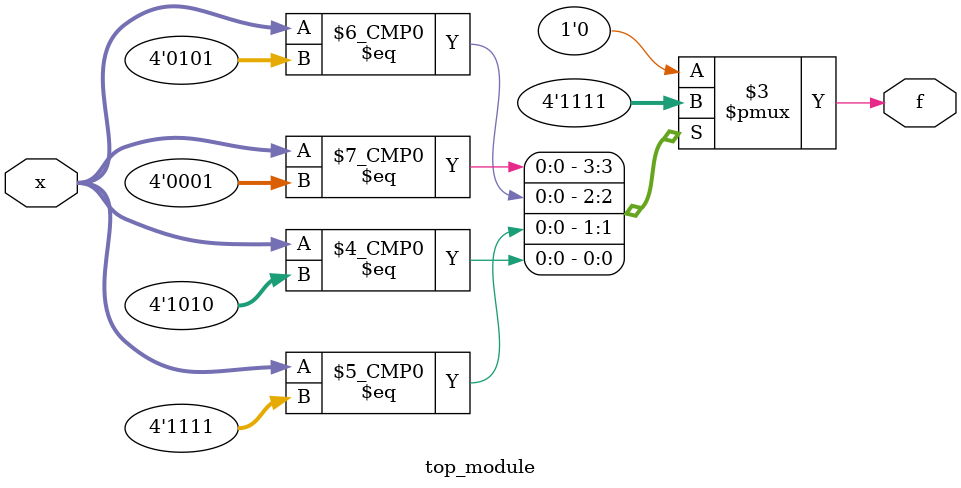
<source format=sv>
module top_module (
    input [4:1] x,
    output logic f
);

always_comb begin
    case ({x[4:3], x[2:1]})
        4'b0001: f = 1'b1;
        4'b0011: f = 1'b0;
        4'b0111: f = 1'b0;
        4'b0101: f = 1'b1;
        4'b1111: f = 1'b1;
        4'b1110: f = 1'b0;
        4'b1010: f = 1'b1;
        default: f = 1'b0;
    endcase
end

endmodule

</source>
